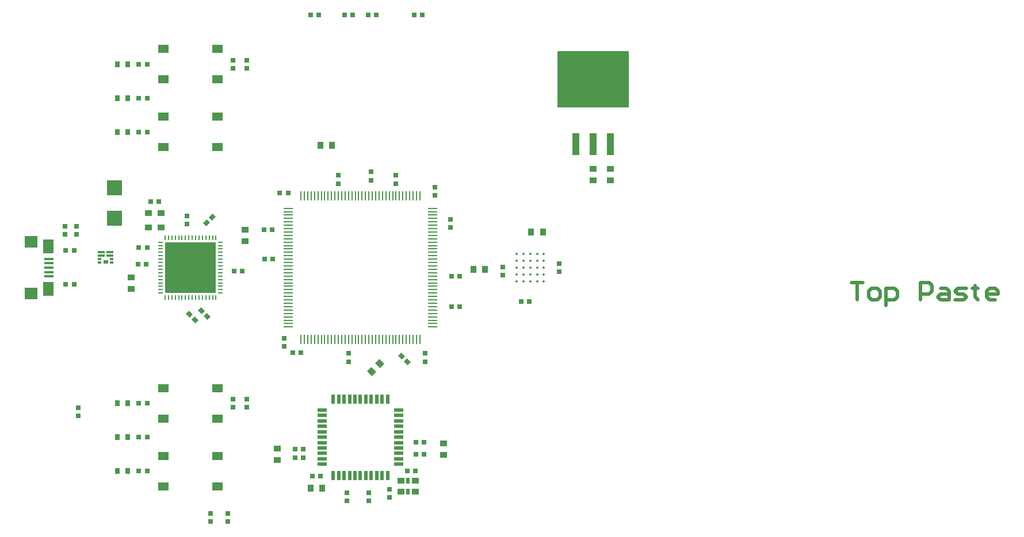
<source format=gtp>
G04 Layer_Color=8421504*
%FSLAX25Y25*%
%MOIN*%
G70*
G01*
G75*
%ADD10R,0.03150X0.02756*%
%ADD11R,0.03543X0.03937*%
%ADD12R,0.02756X0.03150*%
%ADD13R,0.00900X0.05800*%
%ADD14R,0.05800X0.00900*%
%ADD15R,0.05800X0.02000*%
%ADD16R,0.02000X0.05800*%
%ADD17R,0.03937X0.03543*%
G04:AMPARAMS|DCode=18|XSize=27.56mil|YSize=31.5mil|CornerRadius=0mil|HoleSize=0mil|Usage=FLASHONLY|Rotation=225.000|XOffset=0mil|YOffset=0mil|HoleType=Round|Shape=Rectangle|*
%AMROTATEDRECTD18*
4,1,4,-0.00139,0.02088,0.02088,-0.00139,0.00139,-0.02088,-0.02088,0.00139,-0.00139,0.02088,0.0*
%
%ADD18ROTATEDRECTD18*%

G04:AMPARAMS|DCode=19|XSize=27.56mil|YSize=31.5mil|CornerRadius=0mil|HoleSize=0mil|Usage=FLASHONLY|Rotation=315.000|XOffset=0mil|YOffset=0mil|HoleType=Round|Shape=Rectangle|*
%AMROTATEDRECTD19*
4,1,4,-0.02088,-0.00139,0.00139,0.02088,0.02088,0.00139,-0.00139,-0.02088,-0.02088,-0.00139,0.0*
%
%ADD19ROTATEDRECTD19*%

G04:AMPARAMS|DCode=20|XSize=39.37mil|YSize=35.43mil|CornerRadius=0mil|HoleSize=0mil|Usage=FLASHONLY|Rotation=135.000|XOffset=0mil|YOffset=0mil|HoleType=Round|Shape=Rectangle|*
%AMROTATEDRECTD20*
4,1,4,0.02645,-0.00139,0.00139,-0.02645,-0.02645,0.00139,-0.00139,0.02645,0.02645,-0.00139,0.0*
%
%ADD20ROTATEDRECTD20*%

%ADD21R,0.02920X0.02126*%
%ADD22R,0.03937X0.01575*%
%ADD23R,0.02362X0.01181*%
%ADD24R,0.03937X0.01181*%
G04:AMPARAMS|DCode=25|XSize=29.53mil|YSize=33.47mil|CornerRadius=2.21mil|HoleSize=0mil|Usage=FLASHONLY|Rotation=180.000|XOffset=0mil|YOffset=0mil|HoleType=Round|Shape=RoundedRectangle|*
%AMROUNDEDRECTD25*
21,1,0.02953,0.02904,0,0,180.0*
21,1,0.02510,0.03347,0,0,180.0*
1,1,0.00443,-0.01255,0.01452*
1,1,0.00443,0.01255,0.01452*
1,1,0.00443,0.01255,-0.01452*
1,1,0.00443,-0.01255,-0.01452*
%
%ADD25ROUNDEDRECTD25*%
%ADD26R,0.06102X0.05118*%
%ADD27R,0.04134X0.12992*%
%ADD28R,0.41339X0.33071*%
%ADD29C,0.01378*%
%ADD30R,0.03150X0.00984*%
%ADD31R,0.00984X0.03150*%
%ADD32R,0.29528X0.29528*%
%ADD33R,0.06299X0.08268*%
%ADD34R,0.07480X0.07087*%
%ADD35R,0.05315X0.01575*%
%ADD36R,0.09055X0.09055*%
%ADD37R,0.02362X0.03347*%
%ADD38R,0.03937X0.03347*%
%ADD41C,0.02000*%
D10*
X621654Y737205D02*
D03*
X626378D02*
D03*
X599803Y737205D02*
D03*
X595079D02*
D03*
X581299Y737205D02*
D03*
X586024D02*
D03*
X566339Y737205D02*
D03*
X561614D02*
D03*
X643307Y567913D02*
D03*
X648032D02*
D03*
X643307Y585630D02*
D03*
X648032D02*
D03*
X688386Y570866D02*
D03*
X683661D02*
D03*
X419882Y580709D02*
D03*
X424606D02*
D03*
X548622Y633858D02*
D03*
X543898D02*
D03*
X539370Y612598D02*
D03*
X534646D02*
D03*
X539764Y595472D02*
D03*
X535039D02*
D03*
X557480Y485236D02*
D03*
X552756D02*
D03*
X557480Y480315D02*
D03*
X552756D02*
D03*
X622638Y489173D02*
D03*
X627362D02*
D03*
X622638Y482283D02*
D03*
X627362D02*
D03*
X556102Y541339D02*
D03*
X551378D02*
D03*
X466929Y602362D02*
D03*
X462205D02*
D03*
X466339Y592520D02*
D03*
X461614D02*
D03*
X517323Y588583D02*
D03*
X522047D02*
D03*
X424606Y600394D02*
D03*
X419882D02*
D03*
X462205Y708661D02*
D03*
X466929D02*
D03*
X462205Y688976D02*
D03*
X466929D02*
D03*
X462205Y669291D02*
D03*
X466929D02*
D03*
X473819Y628937D02*
D03*
X469095D02*
D03*
X462205Y511811D02*
D03*
X466929D02*
D03*
X462205Y492126D02*
D03*
X466929D02*
D03*
X462205Y472441D02*
D03*
X466929D02*
D03*
X567323Y469488D02*
D03*
X562598D02*
D03*
X622441Y472441D02*
D03*
X617717D02*
D03*
D11*
X656102Y589567D02*
D03*
X662795D02*
D03*
X696260Y611221D02*
D03*
X689567D02*
D03*
X567520Y661417D02*
D03*
X574213D02*
D03*
X568307Y462598D02*
D03*
X561614D02*
D03*
D12*
X642717Y613779D02*
D03*
Y618504D02*
D03*
X633858Y632480D02*
D03*
Y637205D02*
D03*
X705709Y592913D02*
D03*
Y588189D02*
D03*
X673228Y586221D02*
D03*
Y590945D02*
D03*
X611221Y639370D02*
D03*
Y644095D02*
D03*
X596850Y641339D02*
D03*
Y646063D02*
D03*
X513583Y443209D02*
D03*
Y447933D02*
D03*
X503583Y443209D02*
D03*
Y447933D02*
D03*
X419291Y614567D02*
D03*
Y609842D02*
D03*
X577756Y639370D02*
D03*
Y644095D02*
D03*
X607283Y462008D02*
D03*
Y457283D02*
D03*
X595472Y460039D02*
D03*
Y455315D02*
D03*
X546260Y549606D02*
D03*
Y544882D02*
D03*
X582677Y460039D02*
D03*
Y455315D02*
D03*
X627953Y540748D02*
D03*
Y536024D02*
D03*
X583661Y540748D02*
D03*
Y536024D02*
D03*
X516732Y509449D02*
D03*
Y514173D02*
D03*
X524606Y509449D02*
D03*
Y514173D02*
D03*
X516732Y711024D02*
D03*
Y706299D02*
D03*
X524606Y711024D02*
D03*
Y706299D02*
D03*
X427165Y504528D02*
D03*
Y509252D02*
D03*
X426181Y609842D02*
D03*
Y614567D02*
D03*
X490158Y615748D02*
D03*
Y620472D02*
D03*
D13*
X556102Y632351D02*
D03*
X558071D02*
D03*
X560039D02*
D03*
X562008D02*
D03*
X563976D02*
D03*
X565945D02*
D03*
X567913D02*
D03*
X569882D02*
D03*
X571850D02*
D03*
X573819D02*
D03*
X575787D02*
D03*
X577756D02*
D03*
X579724D02*
D03*
X581693D02*
D03*
X583661D02*
D03*
X585630D02*
D03*
X587598D02*
D03*
X589567D02*
D03*
X591535D02*
D03*
X593504D02*
D03*
X595472D02*
D03*
X597441D02*
D03*
X599409D02*
D03*
X601378D02*
D03*
X603346D02*
D03*
X605315D02*
D03*
X607283D02*
D03*
X609252D02*
D03*
X611221D02*
D03*
X613189D02*
D03*
X615158D02*
D03*
X617126D02*
D03*
X619095D02*
D03*
X621063D02*
D03*
X623032D02*
D03*
X625000D02*
D03*
Y548751D02*
D03*
X623032D02*
D03*
X621063D02*
D03*
X619095D02*
D03*
X617126D02*
D03*
X615158D02*
D03*
X613189D02*
D03*
X611221D02*
D03*
X609252D02*
D03*
X607283D02*
D03*
X605315D02*
D03*
X603346D02*
D03*
X601378D02*
D03*
X599409D02*
D03*
X597441D02*
D03*
X595472D02*
D03*
X593504D02*
D03*
X591535D02*
D03*
X589567D02*
D03*
X587598D02*
D03*
X585630D02*
D03*
X583661D02*
D03*
X581693D02*
D03*
X579724D02*
D03*
X577756D02*
D03*
X575787D02*
D03*
X573819D02*
D03*
X571850D02*
D03*
X569882D02*
D03*
X567913D02*
D03*
X565945D02*
D03*
X563976D02*
D03*
X562008D02*
D03*
X560039D02*
D03*
X558071D02*
D03*
X556102D02*
D03*
D14*
X632351Y625000D02*
D03*
Y623032D02*
D03*
Y621063D02*
D03*
Y619095D02*
D03*
Y617126D02*
D03*
Y615158D02*
D03*
Y613189D02*
D03*
Y611221D02*
D03*
Y609252D02*
D03*
Y607283D02*
D03*
Y605315D02*
D03*
Y603346D02*
D03*
Y601378D02*
D03*
Y599409D02*
D03*
Y597441D02*
D03*
Y595472D02*
D03*
Y593504D02*
D03*
Y591535D02*
D03*
Y589567D02*
D03*
Y587598D02*
D03*
Y585630D02*
D03*
Y583661D02*
D03*
Y581693D02*
D03*
Y579724D02*
D03*
Y577756D02*
D03*
Y575787D02*
D03*
Y573819D02*
D03*
Y571850D02*
D03*
Y569882D02*
D03*
Y567913D02*
D03*
Y565945D02*
D03*
Y563976D02*
D03*
Y562008D02*
D03*
Y560039D02*
D03*
Y558071D02*
D03*
Y556102D02*
D03*
X548751D02*
D03*
Y558071D02*
D03*
Y560039D02*
D03*
Y562008D02*
D03*
Y563976D02*
D03*
Y565945D02*
D03*
Y567913D02*
D03*
Y569882D02*
D03*
Y571850D02*
D03*
Y573819D02*
D03*
Y575787D02*
D03*
Y577756D02*
D03*
Y579724D02*
D03*
Y581693D02*
D03*
Y583661D02*
D03*
Y585630D02*
D03*
Y587598D02*
D03*
Y589567D02*
D03*
Y591535D02*
D03*
Y593504D02*
D03*
Y595472D02*
D03*
Y597441D02*
D03*
Y599409D02*
D03*
Y601378D02*
D03*
Y603346D02*
D03*
Y605315D02*
D03*
Y607283D02*
D03*
Y609252D02*
D03*
Y611221D02*
D03*
Y613189D02*
D03*
Y615158D02*
D03*
Y617126D02*
D03*
Y619095D02*
D03*
Y621063D02*
D03*
Y623032D02*
D03*
Y625000D02*
D03*
D15*
X612651Y476426D02*
D03*
Y479526D02*
D03*
Y482726D02*
D03*
Y485826D02*
D03*
Y489026D02*
D03*
Y492126D02*
D03*
Y495226D02*
D03*
Y498426D02*
D03*
Y501526D02*
D03*
Y504726D02*
D03*
Y507826D02*
D03*
X568451D02*
D03*
Y504726D02*
D03*
Y501526D02*
D03*
Y498426D02*
D03*
Y495226D02*
D03*
Y492126D02*
D03*
Y489026D02*
D03*
Y485826D02*
D03*
Y482726D02*
D03*
Y479526D02*
D03*
Y476426D02*
D03*
D16*
X606251Y514226D02*
D03*
X603151D02*
D03*
X599951D02*
D03*
X596851D02*
D03*
X593651D02*
D03*
X590551D02*
D03*
X587451D02*
D03*
X584251D02*
D03*
X581151D02*
D03*
X577951D02*
D03*
X574851D02*
D03*
Y470026D02*
D03*
X577951D02*
D03*
X581151D02*
D03*
X584251D02*
D03*
X587451D02*
D03*
X590551D02*
D03*
X593651D02*
D03*
X596851D02*
D03*
X599951D02*
D03*
X603151D02*
D03*
X606251D02*
D03*
D17*
X523622Y612598D02*
D03*
Y605905D02*
D03*
X542323Y478937D02*
D03*
Y485630D02*
D03*
X638779Y488583D02*
D03*
Y481890D02*
D03*
X457677Y585039D02*
D03*
Y578346D02*
D03*
X725394Y648032D02*
D03*
Y641339D02*
D03*
X735394Y648032D02*
D03*
Y641339D02*
D03*
X475197Y613976D02*
D03*
X467717D02*
D03*
Y622244D02*
D03*
X475197D02*
D03*
D18*
X614471Y539072D02*
D03*
X617812Y535731D02*
D03*
X498330Y565647D02*
D03*
X501670Y562306D02*
D03*
X491440Y563678D02*
D03*
X494781Y560337D02*
D03*
D19*
X501282Y616440D02*
D03*
X504623Y619781D02*
D03*
D20*
X601776Y534847D02*
D03*
X597043Y530114D02*
D03*
D21*
X442913Y593976D02*
D03*
D22*
X440354Y599606D02*
D03*
D23*
X446260Y595472D02*
D03*
Y593504D02*
D03*
X439567D02*
D03*
X439567Y595472D02*
D03*
D24*
X440354Y597441D02*
D03*
X445472Y599409D02*
D03*
X445472Y597441D02*
D03*
D25*
X449803Y708661D02*
D03*
X455709D02*
D03*
X449803Y688976D02*
D03*
X455709D02*
D03*
X449803Y669291D02*
D03*
X455709D02*
D03*
X449803Y511811D02*
D03*
X455709D02*
D03*
X449803Y492126D02*
D03*
X455709D02*
D03*
X449803Y472441D02*
D03*
X455709D02*
D03*
D26*
X507776Y660433D02*
D03*
X476476D02*
D03*
X507776Y678150D02*
D03*
X476476D02*
D03*
X507776Y463583D02*
D03*
X476476D02*
D03*
X507776Y481299D02*
D03*
X476476D02*
D03*
Y717520D02*
D03*
X507776D02*
D03*
X476476Y699803D02*
D03*
X507776D02*
D03*
Y502953D02*
D03*
X476476D02*
D03*
X507776Y520669D02*
D03*
X476476D02*
D03*
D27*
X725394Y662205D02*
D03*
X715394D02*
D03*
X735394D02*
D03*
D28*
X725394Y699803D02*
D03*
D29*
X681102Y598425D02*
D03*
X685039D02*
D03*
X688976D02*
D03*
X692913D02*
D03*
X696850D02*
D03*
X681102Y594488D02*
D03*
X685039D02*
D03*
X688976D02*
D03*
X692913D02*
D03*
X696850D02*
D03*
X681102Y590551D02*
D03*
X685039D02*
D03*
X688976D02*
D03*
X692913D02*
D03*
X696850D02*
D03*
X681102Y586614D02*
D03*
X685039D02*
D03*
X688976D02*
D03*
X692913D02*
D03*
X696850D02*
D03*
X681102Y582677D02*
D03*
X685039D02*
D03*
X688976D02*
D03*
X692913D02*
D03*
X696850D02*
D03*
D30*
X509547Y575787D02*
D03*
Y577756D02*
D03*
Y579724D02*
D03*
Y581693D02*
D03*
X509547Y583661D02*
D03*
Y585630D02*
D03*
Y587598D02*
D03*
X509547Y589567D02*
D03*
X509547Y591535D02*
D03*
X509547Y593504D02*
D03*
Y595472D02*
D03*
Y597441D02*
D03*
X509547Y599409D02*
D03*
Y601378D02*
D03*
Y603346D02*
D03*
Y605315D02*
D03*
X474705Y605315D02*
D03*
Y603346D02*
D03*
Y601378D02*
D03*
Y599409D02*
D03*
Y597441D02*
D03*
Y595472D02*
D03*
Y593504D02*
D03*
Y591535D02*
D03*
Y589567D02*
D03*
Y587598D02*
D03*
Y585630D02*
D03*
Y583661D02*
D03*
Y581693D02*
D03*
Y579724D02*
D03*
Y577756D02*
D03*
Y575787D02*
D03*
D31*
X506890Y607972D02*
D03*
X504921D02*
D03*
X502953D02*
D03*
X500984D02*
D03*
X499016D02*
D03*
X497047D02*
D03*
X495079D02*
D03*
X493110D02*
D03*
X491142D02*
D03*
X489173D02*
D03*
X487205D02*
D03*
X485236D02*
D03*
X483268D02*
D03*
X481299D02*
D03*
X479331Y607972D02*
D03*
X477362D02*
D03*
Y573130D02*
D03*
X479331D02*
D03*
X481299Y573130D02*
D03*
X483268D02*
D03*
X485236D02*
D03*
X487205D02*
D03*
X489173D02*
D03*
X491142Y573130D02*
D03*
X493110Y573130D02*
D03*
X495079D02*
D03*
X497047D02*
D03*
X499016D02*
D03*
X500984D02*
D03*
X502953Y573130D02*
D03*
X504921Y573130D02*
D03*
X506890D02*
D03*
D32*
X492126Y590551D02*
D03*
D33*
X409646Y578346D02*
D03*
Y602756D02*
D03*
D34*
X399606Y575591D02*
D03*
Y605512D02*
D03*
D35*
X410138Y587992D02*
D03*
Y593110D02*
D03*
Y590551D02*
D03*
Y585433D02*
D03*
Y595669D02*
D03*
D36*
X448000Y636858D02*
D03*
Y619142D02*
D03*
D37*
X618110Y466732D02*
D03*
Y460433D02*
D03*
D38*
X613976Y466732D02*
D03*
X622244D02*
D03*
Y460433D02*
D03*
X613976D02*
D03*
D41*
X875000Y581997D02*
X881664D01*
X878332D01*
Y572000D01*
X886663D02*
X889995D01*
X891661Y573666D01*
Y576998D01*
X889995Y578664D01*
X886663D01*
X884997Y576998D01*
Y573666D01*
X886663Y572000D01*
X894993Y568668D02*
Y578664D01*
X899992D01*
X901658Y576998D01*
Y573666D01*
X899992Y572000D01*
X894993D01*
X914987D02*
Y581997D01*
X919985D01*
X921652Y580331D01*
Y576998D01*
X919985Y575332D01*
X914987D01*
X926650Y578664D02*
X929982D01*
X931648Y576998D01*
Y572000D01*
X926650D01*
X924984Y573666D01*
X926650Y575332D01*
X931648D01*
X934981Y572000D02*
X939979D01*
X941645Y573666D01*
X939979Y575332D01*
X936647D01*
X934981Y576998D01*
X936647Y578664D01*
X941645D01*
X946644Y580331D02*
Y578664D01*
X944977D01*
X948310D01*
X946644D01*
Y573666D01*
X948310Y572000D01*
X958306D02*
X954974D01*
X953308Y573666D01*
Y576998D01*
X954974Y578664D01*
X958306D01*
X959972Y576998D01*
Y575332D01*
X953308D01*
M02*

</source>
